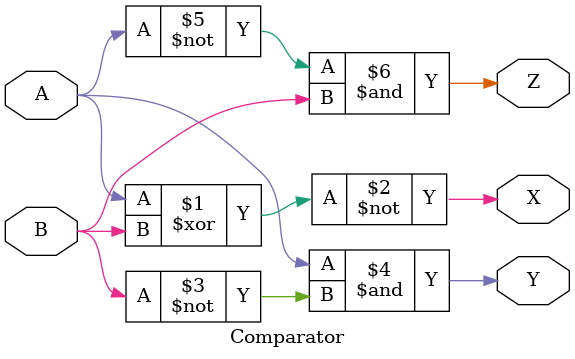
<source format=v>
module Comparator(A,B,X,Y,Z);
 input A,B;
 output X,Y,Z;

 xnor gate1 (X,A,B);  //A = B

 and gate2 (Y,A,~B);
 
 and gate3 (Z,~A,B);

endmodule 

</source>
